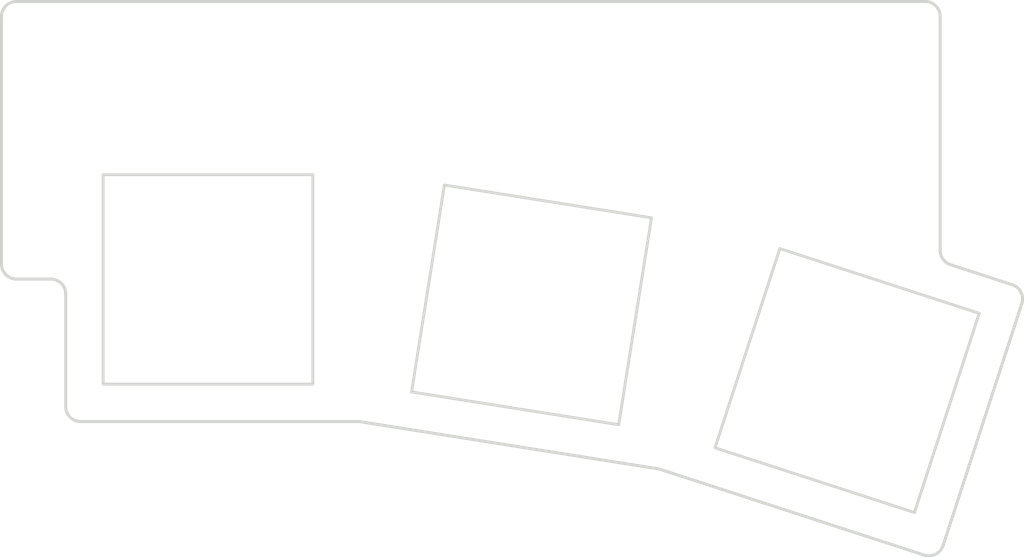
<source format=kicad_pcb>
(kicad_pcb (version 20221018) (generator pcbnew)
  (layers (0 "F.Cu" signal) (31 "B.Cu" signal) (34 "B.Paste" user) (35 "F.Paste" user) (36 "B.SilkS" user "B.Silkscreen") (37 "F.SilkS" user "F.Silkscreen") (38 "B.Mask" user) (39 "F.Mask" user) (44 "Edge.Cuts" user))
  (net 0 "")
  (footprint "MountingHole:MountingHole_2.2mm_M2" (layer "F.Cu") (at 157.3784 105.8672)
    (fp_text reference "REF**" hide)
    (fp_text value "MountingHole_2.2mm_M2" hide)
    (pad "" np_thru_hole circle locked (at 0 0) (size 2.2 2.2) (drill 2.2) (layers "*.Cu" "*.Mask"))
  )
  (footprint "MountingHole:MountingHole_2.2mm_M2" (layer "F.Cu") (at 134.6962 114.3254)
    (fp_text reference "REF**" hide)
    (fp_text value "MountingHole_2.2mm_M2" hide)
    (pad "" np_thru_hole circle locked (at 0 0) (size 2.2 2.2) (drill 2.2) (layers "*.Cu" "*.Mask"))
  )
  (footprint "MountingHole:MountingHole_2.2mm_M2" (layer "F.Cu") (at 156.1084 117.8306)
    (fp_text reference "REF**" hide)
    (fp_text value "MountingHole_2.2mm_M2" hide)
    (pad "" np_thru_hole circle locked (at 0 0) (size 2.2 2.2) (drill 2.2) (layers "*.Cu" "*.Mask"))
  )
  (gr_line (start 116.825001 121.299999) (end 130.825001 121.299999) (stroke (width 0.188976)) (layer "Edge.Cuts"))
  (gr_line (start 114.324999 122.8) (end 114.324999 115.274999) (stroke (width 0.2)) (layer "Edge.Cuts"))
  (gr_arc (start 111.037502 114.274999) (mid 110.330394 113.982106) (end 110.037502 113.274999) (stroke (width 0.2)) (layer "Edge.Cuts"))
  (gr_line (start 130.825001 121.299999) (end 130.825001 107.299999) (stroke (width 0.188976)) (layer "Edge.Cuts"))
  (gr_line (start 110.037502 113.274999) (end 110.037502 96.724998) (stroke (width 0.2)) (layer "Edge.Cuts"))
  (gr_arc (start 115.324999 123.8) (mid 114.617893 123.507106) (end 114.324999 122.8) (stroke (width 0.2)) (layer "Edge.Cuts"))
  (gr_line (start 162.009007 112.239002) (end 157.683003 125.552998) (stroke (width 0.188976)) (layer "Edge.Cuts"))
  (gr_line (start 172.7186 96.724998) (end 172.7186 112.364973) (stroke (width 0.2)) (layer "Edge.Cuts"))
  (gr_line (start 173.409583 113.316029) (end 177.525794 114.65347) (stroke (width 0.2)) (layer "Edge.Cuts"))
  (gr_line (start 133.9436 123.8) (end 115.324999 123.8) (stroke (width 0.2)) (layer "Edge.Cuts"))
  (gr_line (start 130.825001 107.299999) (end 116.825001 107.299999) (stroke (width 0.188976)) (layer "Edge.Cuts"))
  (gr_line (start 153.93609 126.96649) (end 133.9436 123.8) (stroke (width 0.2)) (layer "Edge.Cuts"))
  (gr_line (start 139.610996 107.991001) (end 137.421002 121.818997) (stroke (width 0.188976)) (layer "Edge.Cuts"))
  (gr_arc (start 173.409583 113.316029) (mid 172.909594 112.952756) (end 172.7186 112.364973) (stroke (width 0.2)) (layer "Edge.Cuts"))
  (gr_arc (start 110.037502 96.724998) (mid 110.330396 96.017893) (end 111.037502 95.724998) (stroke (width 0.2)) (layer "Edge.Cuts"))
  (gr_arc (start 113.324999 114.274999) (mid 114.032107 114.567892) (end 114.324999 115.274999) (stroke (width 0.2)) (layer "Edge.Cuts"))
  (gr_arc (start 177.525794 114.65347) (mid 178.107782 115.150532) (end 178.167833 115.913543) (stroke (width 0.2)) (layer "Edge.Cuts"))
  (gr_line (start 113.324999 114.274999) (end 111.037502 114.274999) (stroke (width 0.2)) (layer "Edge.Cuts"))
  (gr_arc (start 172.914547 132.081503) (mid 172.417483 132.663495) (end 171.654473 132.723543) (stroke (width 0.2)) (layer "Edge.Cuts"))
  (gr_line (start 137.421002 121.818997) (end 151.248997 124.008999) (stroke (width 0.188976)) (layer "Edge.Cuts"))
  (gr_line (start 153.438999 110.181004) (end 139.610996 107.991001) (stroke (width 0.188976)) (layer "Edge.Cuts"))
  (gr_line (start 116.825001 107.299999) (end 116.825001 121.299999) (stroke (width 0.188976)) (layer "Edge.Cuts"))
  (gr_line (start 151.248997 124.008999) (end 153.438999 110.181004) (stroke (width 0.188976)) (layer "Edge.Cuts"))
  (gr_line (start 175.323994 116.564999) (end 162.009007 112.239002) (stroke (width 0.188976)) (layer "Edge.Cuts"))
  (gr_line (start 111.037502 95.724998) (end 171.7186 95.724998) (stroke (width 0.2)) (layer "Edge.Cuts"))
  (gr_line (start 157.683003 125.552998) (end 170.998005 129.880001) (stroke (width 0.188976)) (layer "Edge.Cuts"))
  (gr_arc (start 171.7186 95.724998) (mid 172.425707 96.017891) (end 172.7186 96.724998) (stroke (width 0.2)) (layer "Edge.Cuts"))
  (gr_line (start 170.998005 129.880001) (end 175.323994 116.564999) (stroke (width 0.188976)) (layer "Edge.Cuts"))
  (gr_line (start 171.654473 132.723543) (end 153.93609 126.96649) (stroke (width 0.2)) (layer "Edge.Cuts"))
  (gr_line (start 178.167833 115.913543) (end 172.914547 132.081503) (stroke (width 0.2)) (layer "Edge.Cuts"))
)
</source>
